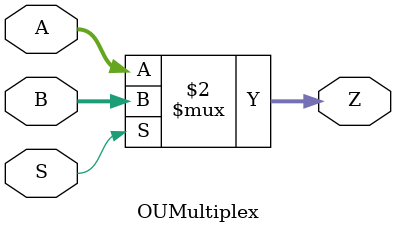
<source format=v>
module OUMultiplex
(
input [3:0] A, B, //declare data inputs
input S, //declare select input
output [3:0] Z //declare output
);
assign Z = S==0 ? A : B; //select input
endmodule

</source>
